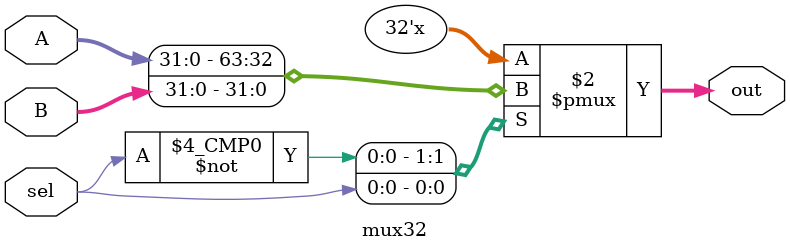
<source format=v>
module mux32 #(
    parameter width=32
) (
    input [width-1:0] A,B ,output reg [width-1:0] out,input sel
);
    always @(*)
    begin
        case (sel)
            1'b0:  out= A;
            1'b1: out =B;
        endcase
    end

endmodule

</source>
